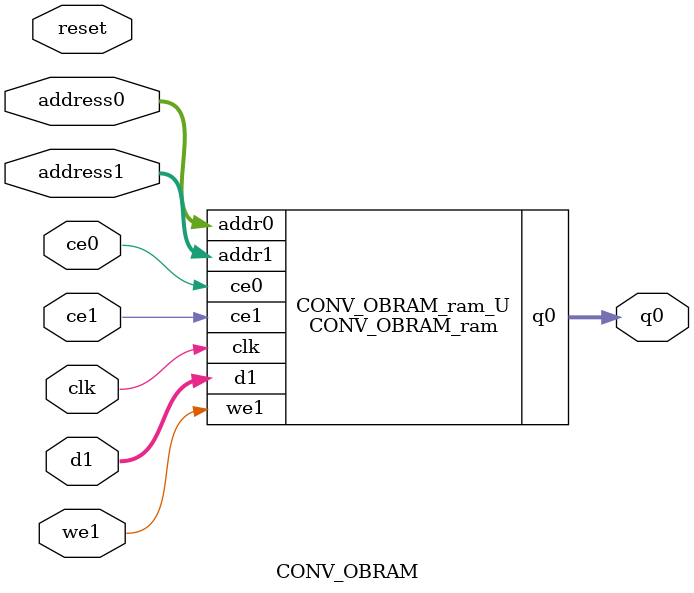
<source format=v>
`timescale 1 ns / 1 ps
module CONV_OBRAM_ram (addr0, ce0, q0, addr1, ce1, d1, we1,  clk);

parameter DWIDTH = 8;
parameter AWIDTH = 14;
parameter MEM_SIZE = 9604;

input[AWIDTH-1:0] addr0;
input ce0;
output reg[DWIDTH-1:0] q0;
input[AWIDTH-1:0] addr1;
input ce1;
input[DWIDTH-1:0] d1;
input we1;
input clk;

(* ram_style = "block" *)reg [DWIDTH-1:0] ram[0:MEM_SIZE-1];




always @(posedge clk)  
begin 
    if (ce0) 
    begin
        q0 <= ram[addr0];
    end
end


always @(posedge clk)  
begin 
    if (ce1) 
    begin
        if (we1) 
        begin 
            ram[addr1] <= d1; 
        end 
    end
end


endmodule

`timescale 1 ns / 1 ps
module CONV_OBRAM(
    reset,
    clk,
    address0,
    ce0,
    q0,
    address1,
    ce1,
    we1,
    d1);

parameter DataWidth = 32'd8;
parameter AddressRange = 32'd9604;
parameter AddressWidth = 32'd14;
input reset;
input clk;
input[AddressWidth - 1:0] address0;
input ce0;
output[DataWidth - 1:0] q0;
input[AddressWidth - 1:0] address1;
input ce1;
input we1;
input[DataWidth - 1:0] d1;



CONV_OBRAM_ram CONV_OBRAM_ram_U(
    .clk( clk ),
    .addr0( address0 ),
    .ce0( ce0 ),
    .q0( q0 ),
    .addr1( address1 ),
    .ce1( ce1 ),
    .we1( we1 ),
    .d1( d1 ));

endmodule


</source>
